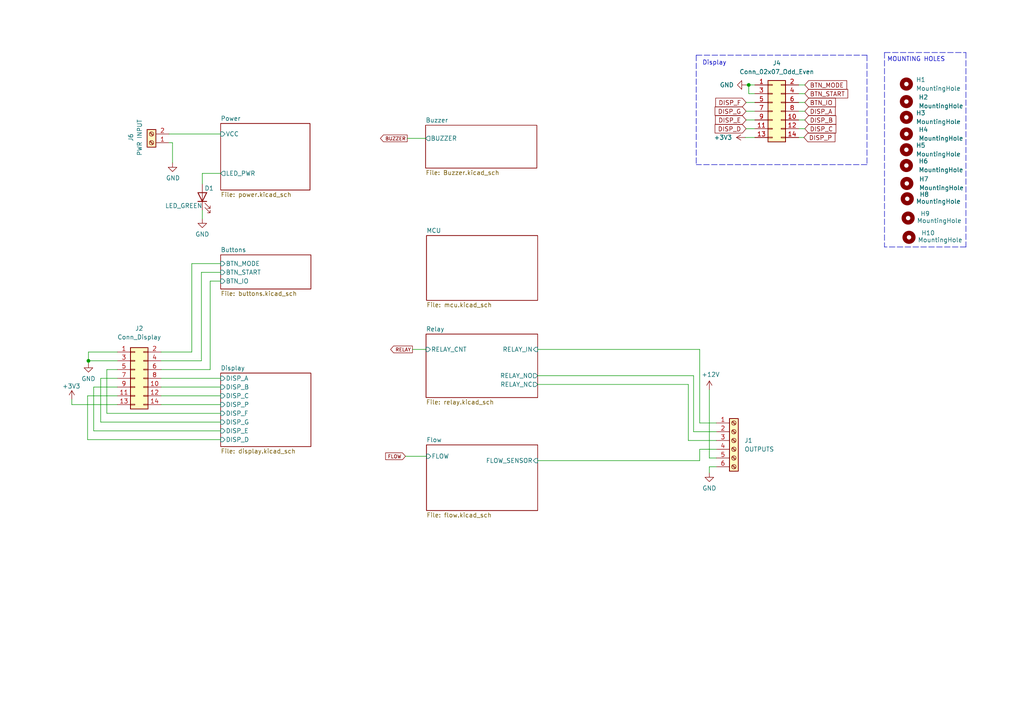
<source format=kicad_sch>
(kicad_sch (version 20211123) (generator eeschema)
  (paper "A4")
  (lib_symbols
    (symbol "Connector:Screw_Terminal_01x02" (pin_names (offset 1.016) hide)
      (property "Reference" "J" (at 0 2.54 0))
      (property "Value" "Screw_Terminal_01x02" (at 0 -5.08 0))
      (symbol "Screw_Terminal_01x02_1_1"
        (rectangle (start -1.27 1.27) (end 1.27 -3.81) (stroke (width 0.254)) (fill (type background)))
        (circle (center 0 -2.54) (radius 0.635) (stroke (width 0.1524)))
        (polyline (pts (xy -0.5334 -2.2098) (xy 0.3302 -3.048)) (stroke (width 0.1524)))
        (polyline (pts (xy -0.5334 0.3302) (xy 0.3302 -0.508)) (stroke (width 0.1524)))
        (polyline (pts (xy -0.3556 -2.032) (xy 0.508 -2.8702)) (stroke (width 0.1524)))
        (polyline (pts (xy -0.3556 0.508) (xy 0.508 -0.3302)) (stroke (width 0.1524)))
        (circle (center 0 0) (radius 0.635) (stroke (width 0.1524)))
        (pin passive line (at -5.08 0 0) (length 3.81) (name "Pin_1") (number "1"))
        (pin passive line (at -5.08 -2.54 0) (length 3.81) (name "Pin_2") (number "2"))
      )
    )
    (symbol "Connector:Screw_Terminal_01x06" (pin_names (offset 1.016) hide)
      (property "Reference" "J" (at 0 7.62 0))
      (property "Value" "Screw_Terminal_01x06" (at 0 -10.16 0))
      (symbol "Screw_Terminal_01x06_1_1"
        (rectangle (start -1.27 6.35) (end 1.27 -8.89) (stroke (width 0.254)) (fill (type background)))
        (circle (center 0 -7.62) (radius 0.635) (stroke (width 0.1524)))
        (circle (center 0 -5.08) (radius 0.635) (stroke (width 0.1524)))
        (circle (center 0 -2.54) (radius 0.635) (stroke (width 0.1524)))
        (polyline (pts (xy -0.5334 -7.2898) (xy 0.3302 -8.128)) (stroke (width 0.1524)))
        (polyline (pts (xy -0.5334 -4.7498) (xy 0.3302 -5.588)) (stroke (width 0.1524)))
        (polyline (pts (xy -0.5334 -2.2098) (xy 0.3302 -3.048)) (stroke (width 0.1524)))
        (polyline (pts (xy -0.5334 0.3302) (xy 0.3302 -0.508)) (stroke (width 0.1524)))
        (polyline (pts (xy -0.5334 2.8702) (xy 0.3302 2.032)) (stroke (width 0.1524)))
        (polyline (pts (xy -0.5334 5.4102) (xy 0.3302 4.572)) (stroke (width 0.1524)))
        (polyline (pts (xy -0.3556 -7.112) (xy 0.508 -7.9502)) (stroke (width 0.1524)))
        (polyline (pts (xy -0.3556 -4.572) (xy 0.508 -5.4102)) (stroke (width 0.1524)))
        (polyline (pts (xy -0.3556 -2.032) (xy 0.508 -2.8702)) (stroke (width 0.1524)))
        (polyline (pts (xy -0.3556 0.508) (xy 0.508 -0.3302)) (stroke (width 0.1524)))
        (polyline (pts (xy -0.3556 3.048) (xy 0.508 2.2098)) (stroke (width 0.1524)))
        (polyline (pts (xy -0.3556 5.588) (xy 0.508 4.7498)) (stroke (width 0.1524)))
        (circle (center 0 0) (radius 0.635) (stroke (width 0.1524)))
        (circle (center 0 2.54) (radius 0.635) (stroke (width 0.1524)))
        (circle (center 0 5.08) (radius 0.635) (stroke (width 0.1524)))
        (pin passive line (at -5.08 5.08 0) (length 3.81) (name "Pin_1") (number "1"))
        (pin passive line (at -5.08 2.54 0) (length 3.81) (name "Pin_2") (number "2"))
        (pin passive line (at -5.08 0 0) (length 3.81) (name "Pin_3") (number "3"))
        (pin passive line (at -5.08 -2.54 0) (length 3.81) (name "Pin_4") (number "4"))
        (pin passive line (at -5.08 -5.08 0) (length 3.81) (name "Pin_5") (number "5"))
        (pin passive line (at -5.08 -7.62 0) (length 3.81) (name "Pin_6") (number "6"))
      )
    )
    (symbol "Connector_Generic:Conn_02x07_Odd_Even" (pin_names (offset 1.016) hide)
      (property "Reference" "J" (at 1.27 10.16 0))
      (property "Value" "Conn_02x07_Odd_Even" (at 1.27 -10.16 0))
      (symbol "Conn_02x07_Odd_Even_1_1"
        (rectangle (start -1.27 -7.493) (end 0 -7.747) (stroke (width 0.1524)))
        (rectangle (start -1.27 -4.953) (end 0 -5.207) (stroke (width 0.1524)))
        (rectangle (start -1.27 -2.413) (end 0 -2.667) (stroke (width 0.1524)))
        (rectangle (start -1.27 0.127) (end 0 -0.127) (stroke (width 0.1524)))
        (rectangle (start -1.27 2.667) (end 0 2.413) (stroke (width 0.1524)))
        (rectangle (start -1.27 5.207) (end 0 4.953) (stroke (width 0.1524)))
        (rectangle (start -1.27 7.747) (end 0 7.493) (stroke (width 0.1524)))
        (rectangle (start -1.27 8.89) (end 3.81 -8.89) (stroke (width 0.254)) (fill (type background)))
        (rectangle (start 3.81 -7.493) (end 2.54 -7.747) (stroke (width 0.1524)))
        (rectangle (start 3.81 -4.953) (end 2.54 -5.207) (stroke (width 0.1524)))
        (rectangle (start 3.81 -2.413) (end 2.54 -2.667) (stroke (width 0.1524)))
        (rectangle (start 3.81 0.127) (end 2.54 -0.127) (stroke (width 0.1524)))
        (rectangle (start 3.81 2.667) (end 2.54 2.413) (stroke (width 0.1524)))
        (rectangle (start 3.81 5.207) (end 2.54 4.953) (stroke (width 0.1524)))
        (rectangle (start 3.81 7.747) (end 2.54 7.493) (stroke (width 0.1524)))
        (pin passive line (at -5.08 7.62 0) (length 3.81) (name "Pin_1") (number "1"))
        (pin passive line (at 7.62 -2.54 180) (length 3.81) (name "Pin_10") (number "10"))
        (pin passive line (at -5.08 -5.08 0) (length 3.81) (name "Pin_11") (number "11"))
        (pin passive line (at 7.62 -5.08 180) (length 3.81) (name "Pin_12") (number "12"))
        (pin passive line (at -5.08 -7.62 0) (length 3.81) (name "Pin_13") (number "13"))
        (pin passive line (at 7.62 -7.62 180) (length 3.81) (name "Pin_14") (number "14"))
        (pin passive line (at 7.62 7.62 180) (length 3.81) (name "Pin_2") (number "2"))
        (pin passive line (at -5.08 5.08 0) (length 3.81) (name "Pin_3") (number "3"))
        (pin passive line (at 7.62 5.08 180) (length 3.81) (name "Pin_4") (number "4"))
        (pin passive line (at -5.08 2.54 0) (length 3.81) (name "Pin_5") (number "5"))
        (pin passive line (at 7.62 2.54 180) (length 3.81) (name "Pin_6") (number "6"))
        (pin passive line (at -5.08 0 0) (length 3.81) (name "Pin_7") (number "7"))
        (pin passive line (at 7.62 0 180) (length 3.81) (name "Pin_8") (number "8"))
        (pin passive line (at -5.08 -2.54 0) (length 3.81) (name "Pin_9") (number "9"))
      )
    )
    (symbol "Device:LED" (pin_numbers hide) (pin_names (offset 1.016) hide)
      (property "Reference" "D" (at 0 2.54 0))
      (property "Value" "LED" (at 0 -2.54 0))
      (symbol "LED_0_1"
        (polyline (pts (xy -1.27 -1.27) (xy -1.27 1.27)) (stroke (width 0.254)))
        (polyline (pts (xy -1.27 0) (xy 1.27 0)))
        (polyline (pts (xy 1.27 -1.27) (xy 1.27 1.27) (xy -1.27 0) (xy 1.27 -1.27)) (stroke (width 0.254)))
        (polyline (pts (xy -3.048 -0.762) (xy -4.572 -2.286) (xy -3.81 -2.286) (xy -4.572 -2.286) (xy -4.572 -1.524)))
        (polyline (pts (xy -1.778 -0.762) (xy -3.302 -2.286) (xy -2.54 -2.286) (xy -3.302 -2.286) (xy -3.302 -1.524)))
      )
      (symbol "LED_1_1"
        (pin passive line (at -3.81 0 0) (length 2.54) (name "K") (number "1"))
        (pin passive line (at 3.81 0 180) (length 2.54) (name "A") (number "2"))
      )
    )
    (symbol "Mechanical:MountingHole" (pin_names (offset 1.016))
      (property "Reference" "H" (at 0 5.08 0))
      (property "Value" "MountingHole" (at 0 3.175 0))
      (symbol "MountingHole_0_1"
        (circle (center 0 0) (radius 1.27) (stroke (width 1.27)))
      )
    )
    (symbol "power:+12V" (power) (pin_names (offset 0))
      (property "Value" "+12V" (at 0 3.556 0))
      (symbol "+12V_0_1"
        (polyline (pts (xy -0.762 1.27) (xy 0 2.54)))
        (polyline (pts (xy 0 0) (xy 0 2.54)))
        (polyline (pts (xy 0 2.54) (xy 0.762 1.27)))
      )
      (symbol "+12V_1_1"
        (pin power_in line (at 0 0 90) (length 0) hide (name "+12V") (number "1"))
      )
    )
    (symbol "power:+3V3" (power) (pin_names (offset 0))
      (property "Value" "+3V3" (at 0 3.556 0))
      (symbol "+3V3_0_1"
        (polyline (pts (xy -0.762 1.27) (xy 0 2.54)))
        (polyline (pts (xy 0 0) (xy 0 2.54)))
        (polyline (pts (xy 0 2.54) (xy 0.762 1.27)))
      )
      (symbol "+3V3_1_1"
        (pin power_in line (at 0 0 90) (length 0) hide (name "+3V3") (number "1"))
      )
    )
    (symbol "power:GND" (power) (pin_names (offset 0))
      (property "Value" "GND" (at 0 -3.81 0))
      (symbol "GND_0_1"
        (polyline (pts (xy 0 0) (xy 0 -1.27) (xy 1.27 -1.27) (xy 0 -2.54) (xy -1.27 -1.27) (xy 0 -1.27)))
      )
      (symbol "GND_1_1"
        (pin power_in line (at 0 0 270) (length 0) hide (name "GND") (number "1"))
      )
    )
  )
  (junction (at 25.654 104.648))
  (junction (at 217.17 24.638))
  (wire (pts (xy 27.178 112.268) (xy 27.178 124.968)))
  (wire (pts (xy 34.036 112.268) (xy 27.178 112.268)))
  (wire (pts (xy 30.988 107.188) (xy 30.988 119.888)))
  (wire (pts (xy 34.036 102.108) (xy 25.654 102.108)))
  (wire (pts (xy 217.17 27.178) (xy 217.17 24.638)))
  (wire (pts (xy 58.42 104.648) (xy 46.736 104.648)))
  (wire (pts (xy 231.648 34.798) (xy 233.426 34.798)))
  (wire (pts (xy 46.736 107.188) (xy 60.96 107.188)))
  (wire (pts (xy 155.956 101.346) (xy 202.946 101.346)))
  (wire (pts (xy 30.988 119.888) (xy 64.008 119.888)))
  (wire (pts (xy 231.648 32.258) (xy 233.426 32.258)))
  (wire (pts (xy 25.4 127.508) (xy 64.008 127.508)))
  (polyline (pts (xy 251.46 16.002) (xy 251.46 47.752)))
  (wire (pts (xy 155.956 133.604) (xy 202.946 133.604)))
  (wire (pts (xy 60.96 81.534) (xy 60.96 107.188)))
  (wire (pts (xy 58.42 78.994) (xy 58.42 104.648)))
  (wire (pts (xy 46.736 114.808) (xy 64.008 114.808)))
  (wire (pts (xy 155.956 111.506) (xy 199.644 111.506)))
  (wire (pts (xy 29.21 122.428) (xy 64.008 122.428)))
  (wire (pts (xy 64.008 81.534) (xy 60.96 81.534)))
  (wire (pts (xy 46.736 117.348) (xy 64.008 117.348)))
  (wire (pts (xy 202.946 130.302) (xy 207.772 130.302)))
  (wire (pts (xy 119.634 101.346) (xy 123.571 101.346)))
  (wire (pts (xy 231.648 37.338) (xy 233.426 37.338)))
  (wire (pts (xy 34.036 114.808) (xy 25.4 114.808)))
  (wire (pts (xy 25.654 102.108) (xy 25.654 104.648)))
  (wire (pts (xy 231.648 39.878) (xy 233.172 39.878)))
  (polyline (pts (xy 256.54 15.24) (xy 256.54 52.07)))
  (wire (pts (xy 231.648 24.638) (xy 233.426 24.638)))
  (wire (pts (xy 202.946 133.604) (xy 202.946 130.302)))
  (polyline (pts (xy 256.54 52.07) (xy 256.54 71.628)))
  (wire (pts (xy 216.154 39.878) (xy 218.948 39.878)))
  (polyline (pts (xy 280.162 71.628) (xy 256.54 71.628)))
  (polyline (pts (xy 280.162 15.24) (xy 280.162 71.628)))
  (wire (pts (xy 46.736 112.268) (xy 64.008 112.268)))
  (wire (pts (xy 202.946 122.682) (xy 207.772 122.682)))
  (wire (pts (xy 29.21 109.728) (xy 29.21 122.428)))
  (wire (pts (xy 50.038 41.402) (xy 50.038 47.244)))
  (wire (pts (xy 205.74 135.382) (xy 207.772 135.382)))
  (wire (pts (xy 64.008 78.994) (xy 58.42 78.994)))
  (wire (pts (xy 55.626 102.108) (xy 46.736 102.108)))
  (wire (pts (xy 64.008 76.454) (xy 55.626 76.454)))
  (polyline (pts (xy 256.54 15.24) (xy 280.162 15.24)))
  (wire (pts (xy 218.948 27.178) (xy 217.17 27.178)))
  (wire (pts (xy 202.946 101.346) (xy 202.946 122.682)))
  (wire (pts (xy 216.408 24.638) (xy 217.17 24.638)))
  (wire (pts (xy 25.4 114.808) (xy 25.4 127.508)))
  (wire (pts (xy 117.602 132.334) (xy 123.698 132.334)))
  (wire (pts (xy 231.648 29.718) (xy 233.426 29.718)))
  (wire (pts (xy 64.008 50.292) (xy 58.674 50.292)))
  (wire (pts (xy 49.022 41.402) (xy 50.038 41.402)))
  (wire (pts (xy 34.036 117.348) (xy 20.828 117.348)))
  (wire (pts (xy 25.654 104.648) (xy 25.654 105.41)))
  (wire (pts (xy 34.036 104.648) (xy 25.654 104.648)))
  (wire (pts (xy 201.168 125.222) (xy 207.772 125.222)))
  (polyline (pts (xy 251.46 47.752) (xy 201.93 47.752)))
  (wire (pts (xy 216.408 29.718) (xy 218.948 29.718)))
  (wire (pts (xy 199.644 127.762) (xy 207.772 127.762)))
  (polyline (pts (xy 201.93 16.002) (xy 201.93 47.752)))
  (wire (pts (xy 27.178 124.968) (xy 64.008 124.968)))
  (wire (pts (xy 118.11 40.132) (xy 123.444 40.132)))
  (polyline (pts (xy 201.93 16.002) (xy 251.46 16.002)))
  (wire (pts (xy 231.648 27.178) (xy 233.426 27.178)))
  (wire (pts (xy 217.17 24.638) (xy 218.948 24.638)))
  (wire (pts (xy 201.168 108.966) (xy 201.168 125.222)))
  (wire (pts (xy 49.022 38.862) (xy 64.008 38.862)))
  (wire (pts (xy 55.626 76.454) (xy 55.626 102.108)))
  (wire (pts (xy 58.674 50.292) (xy 58.674 53.34)))
  (wire (pts (xy 155.956 108.966) (xy 201.168 108.966)))
  (wire (pts (xy 20.828 115.824) (xy 20.828 117.348)))
  (wire (pts (xy 205.74 113.03) (xy 205.74 132.842)))
  (wire (pts (xy 205.74 132.842) (xy 207.772 132.842)))
  (wire (pts (xy 46.736 109.728) (xy 64.008 109.728)))
  (wire (pts (xy 34.036 107.188) (xy 30.988 107.188)))
  (wire (pts (xy 216.408 37.338) (xy 218.948 37.338)))
  (wire (pts (xy 58.674 60.96) (xy 58.674 63.5)))
  (wire (pts (xy 216.408 34.798) (xy 218.948 34.798)))
  (wire (pts (xy 216.408 32.258) (xy 218.948 32.258)))
  (wire (pts (xy 199.644 111.506) (xy 199.644 127.762)))
  (wire (pts (xy 205.74 137.16) (xy 205.74 135.382)))
  (wire (pts (xy 29.21 109.728) (xy 34.036 109.728)))
  (text "Display \n" (at 203.708 19.05 0) (effects (font (size 1.27 1.27)) (justify left bottom)))
  (text "MOUNTING HOLES" (at 257.302 18.034 0) (effects (font (size 1.27 1.27)) (justify left bottom)))
  (global_label "BTN_START" (shape input) (at 233.426 27.178 0) (property "Intersheet References" "${INTERSHEET_REFS}" (effects hide)))
  (global_label "DISP_B" (shape input) (at 233.426 34.798 0) (property "Sayfalar Arası Referanslar" "${INTERSHEET_REFS}" (effects hide)))
  (global_label "DISP_E" (shape input) (at 216.408 34.798 180) (property "Sayfalar Arası Referanslar" "${INTERSHEET_REFS}" (effects hide)))
  (global_label "BTN_MODE" (shape input) (at 233.426 24.638 0) (property "Intersheet References" "${INTERSHEET_REFS}" (effects hide)))
  (global_label "BTN_IO" (shape input) (at 233.426 29.718 0) (property "Intersheet References" "${INTERSHEET_REFS}" (effects hide)))
  (global_label "BUZZER" (shape output) (at 118.11 40.132 180) (effects (font (size 1 1))) (property "Intersheet References" "${INTERSHEET_REFS}" (effects hide)))
  (global_label "DISP_P" (shape input) (at 233.172 39.878 0) (property "Sayfalar Arası Referanslar" "${INTERSHEET_REFS}" (effects hide)))
  (global_label "DISP_D" (shape input) (at 216.408 37.338 180) (property "Sayfalar Arası Referanslar" "${INTERSHEET_REFS}" (effects hide)))
  (global_label "DISP_G" (shape input) (at 216.408 32.258 180) (property "Sayfalar Arası Referanslar" "${INTERSHEET_REFS}" (effects hide)))
  (global_label "RELAY" (shape output) (at 119.634 101.346 180) (effects (font (size 1 1))) (property "Intersheet References" "${INTERSHEET_REFS}" (effects hide)))
  (global_label "FLOW" (shape input) (at 117.602 132.334 180) (effects (font (size 1 1))) (property "Intersheet References" "${INTERSHEET_REFS}" (effects hide)))
  (global_label "DISP_A" (shape input) (at 233.426 32.258 0) (property "Sayfalar Arası Referanslar" "${INTERSHEET_REFS}" (effects hide)))
  (global_label "DISP_C" (shape input) (at 233.426 37.338 0) (property "Sayfalar Arası Referanslar" "${INTERSHEET_REFS}" (effects hide)))
  (global_label "DISP_F" (shape input) (at 216.408 29.718 180) (property "Sayfalar Arası Referanslar" "${INTERSHEET_REFS}" (effects hide)))
  (symbol (lib_id "power:GND") (at 205.74 137.16 0) (unit 1)
    (property "Reference" "#PWR026" (effects hide))
    (property "Value" "GND" (at 205.74 141.605 0))
  )
  (symbol (lib_id "power:+3V3") (at 20.828 115.824 0) (unit 1)
    (property "Reference" "#PWR0105" (effects hide))
    (property "Value" "+3V3" (at 18.034 112.014 0) (effects (justify left)))
  )
  (symbol (lib_id "Mechanical:MountingHole") (at 262.89 24.384 0) (unit 1)
    (property "Reference" "H1" (at 265.684 23.1139 0) (effects (justify left)))
    (property "Value" "MountingHole" (at 265.684 25.6539 0) (effects (justify left)))
    (property "Footprint" "MountingHole:MountingHole_2.5mm" (effects hide))
  )
  (symbol (lib_id "power:+12V") (at 205.74 113.03 0) (unit 1)
    (property "Reference" "#PWR024" (effects hide))
    (property "Value" "+12V" (at 206.121 108.6358 0))
  )
  (symbol (lib_id "power:+3V3") (at 216.154 39.878 90) (unit 1)
    (property "Reference" "#PWR038" (effects hide))
    (property "Value" "+3V3" (at 212.344 39.8779 90) (effects (justify left)))
  )
  (symbol (lib_id "power:GND") (at 50.038 47.244 0) (unit 1)
    (property "Reference" "#PWR030" (effects hide))
    (property "Value" "GND" (at 50.165 51.6382 0))
  )
  (symbol (lib_id "Mechanical:MountingHole") (at 262.89 38.862 0) (unit 1)
    (property "Reference" "H4" (at 266.446 37.5919 0) (effects (justify left)))
    (property "Value" "MountingHole" (at 266.446 40.1319 0) (effects (justify left)))
    (property "Footprint" "MountingHole:MountingHole_2.5mm" (effects hide))
  )
  (symbol (lib_id "Mechanical:MountingHole") (at 263.017 53.213 0) (unit 1)
    (property "Reference" "H7" (at 266.573 51.9429 0) (effects (justify left)))
    (property "Value" "MountingHole" (at 266.573 54.4829 0) (effects (justify left)))
    (property "Footprint" "MountingHole:MountingHole_2.5mm" (effects hide))
  )
  (symbol (lib_id "Mechanical:MountingHole") (at 262.89 43.434 0) (unit 1)
    (property "Reference" "H5" (at 265.684 42.1639 0) (effects (justify left)))
    (property "Value" "MountingHole" (at 265.684 44.7039 0) (effects (justify left)))
    (property "Footprint" "MountingHole:MountingHole_2.5mm" (effects hide))
  )
  (symbol (lib_id "power:GND") (at 216.408 24.638 270) (unit 1)
    (property "Reference" "#PWR039" (effects hide))
    (property "Value" "GND" (at 212.852 24.6379 90) (effects (justify right)))
  )
  (symbol (lib_id "Mechanical:MountingHole") (at 262.89 29.464 0) (unit 1)
    (property "Reference" "H2" (at 266.446 28.1939 0) (effects (justify left)))
    (property "Value" "MountingHole" (at 266.446 30.7339 0) (effects (justify left)))
    (property "Footprint" "MountingHole:MountingHole_2.5mm" (effects hide))
  )
  (symbol (lib_id "Connector_Generic:Conn_02x07_Odd_Even") (at 39.116 109.728 0) (unit 1)
    (property "Reference" "J2" (at 40.386 95.25 0))
    (property "Value" "Conn_Display" (at 40.386 97.79 0))
    (property "Footprint" "Connectors_Multicomp:Multicomp_MC9A12-1434_2x07x2.54mm_Straight" (effects hide))
  )
  (symbol (lib_id "Mechanical:MountingHole") (at 263.144 57.658 0) (unit 1)
    (property "Reference" "H8" (at 266.7 56.3879 0) (effects (justify left)))
    (property "Value" "MountingHole" (at 265.684 58.42 0) (effects (justify left)))
    (property "Footprint" "MountingHole:MountingHole_2.5mm" (effects hide))
  )
  (symbol (lib_id "Connector_Generic:Conn_02x07_Odd_Even") (at 224.028 32.258 0) (unit 1)
    (property "Reference" "J4" (at 225.298 18.288 0))
    (property "Value" "Conn_02x07_Odd_Even" (at 225.298 20.828 0))
    (property "Footprint" "Connectors_Multicomp:Multicomp_MC9A12-1434_2x07x2.54mm_Straight" (effects hide))
  )
  (symbol (lib_id "power:GND") (at 25.654 105.41 0) (unit 1)
    (property "Reference" "#PWR05" (effects hide))
    (property "Value" "GND" (at 25.654 109.855 0))
  )
  (symbol (lib_id "Mechanical:MountingHole") (at 263.398 63.246 0) (unit 1)
    (property "Reference" "H9" (at 266.954 61.9759 0) (effects (justify left)))
    (property "Value" "MountingHole" (at 265.938 64.008 0) (effects (justify left)))
    (property "Footprint" "MountingHole:MountingHole_2.5mm" (effects hide))
  )
  (symbol (lib_id "Mechanical:MountingHole") (at 262.89 34.036 0) (unit 1)
    (property "Reference" "H3" (at 265.684 32.7659 0) (effects (justify left)))
    (property "Value" "MountingHole" (at 265.684 35.3059 0) (effects (justify left)))
    (property "Footprint" "MountingHole:MountingHole_2.5mm" (effects hide))
  )
  (symbol (lib_id "Device:LED") (at 58.674 57.15 90) (unit 1)
    (property "Reference" "D1" (at 59.309 54.61 90) (effects (justify right)))
    (property "Value" "LED_GREEN" (at 47.879 59.69 90) (effects (justify right)))
    (property "Footprint" "LED_SMD:LED_1206_3216Metric" (effects hide))
  )
  (symbol (lib_id "Mechanical:MountingHole") (at 263.652 68.834 0) (unit 1)
    (property "Reference" "H10" (at 267.208 67.5639 0) (effects (justify left)))
    (property "Value" "MountingHole" (at 266.192 69.596 0) (effects (justify left)))
    (property "Footprint" "MountingHole:MountingHole_2.5mm" (effects hide))
  )
  (symbol (lib_id "Mechanical:MountingHole") (at 262.89 48.006 0) (unit 1)
    (property "Reference" "H6" (at 266.446 46.7359 0) (effects (justify left)))
    (property "Value" "MountingHole" (at 266.446 49.2759 0) (effects (justify left)))
    (property "Footprint" "MountingHole:MountingHole_2.5mm" (effects hide))
  )
  (symbol (lib_id "Connector:Screw_Terminal_01x06") (at 212.852 127.762 0) (unit 1)
    (property "Reference" "J1" (at 215.9 127.7619 0) (effects (justify left)))
    (property "Value" "OUTPUTS" (at 215.9 130.3019 0) (effects (justify left)))
    (property "Footprint" "Connector_Phoenix_MSTB:PhoenixContact_MSTBA_2,5_6-G-5,08_1x06_P5.08mm_Horizontal" (effects hide))
  )
  (symbol (lib_id "power:GND") (at 58.674 63.5 0) (unit 1)
    (property "Reference" "#PWR01" (effects hide))
    (property "Value" "GND" (at 58.674 67.945 0))
  )
  (symbol (lib_id "Connector:Screw_Terminal_01x02") (at 43.942 41.402 180) (unit 1)
    (property "Reference" "J6" (at 37.9476 39.878 90))
    (property "Value" "PWR INPUT" (at 40.4876 39.878 90))
    (property "Footprint" "Connector_Phoenix_MSTB:PhoenixContact_MSTBA_2,5_2-G_1x02_P5.00mm_Horizontal" (effects hide))
  )
  (sheet (at 123.571 96.901) (size 32.385 18.415) (stroke (width 0.1524))
    (property "Sheet name" "Relay " (at 123.571 96.1894 0) (effects (justify left bottom)))
    (property "Sheet file" "relay.kicad_sch" (at 123.571 115.9006 0) (effects (justify left top)))
    (pin "RELAY_NO" output (at 155.956 108.966 0))
    (pin "RELAY_NC" output (at 155.956 111.506 0))
    (pin "RELAY_IN" input (at 155.956 101.346 0))
    (pin "RELAY_CNT" input (at 123.571 101.346 180))
  )
  (sheet (at 64.008 108.204) (size 26.162 21.336) (stroke (width 0.1524))
    (property "Sheet name" "Display" (at 64.008 107.4924 0) (effects (justify left bottom)))
    (property "Sheet file" "display.kicad_sch" (at 64.008 130.1246 0) (effects (justify left top)))
    (pin "DISP_P" input (at 64.008 117.348 180))
    (pin "DISP_E" input (at 64.008 124.968 180))
    (pin "DISP_G" input (at 64.008 122.428 180))
    (pin "DISP_F" input (at 64.008 119.888 180))
    (pin "DISP_A" input (at 64.008 109.728 180))
    (pin "DISP_D" input (at 64.008 127.508 180))
    (pin "DISP_C" input (at 64.008 114.808 180))
    (pin "DISP_B" input (at 64.008 112.268 180))
  )
  (sheet (at 64.008 73.914) (size 26.162 9.906) (stroke (width 0.1524))
    (property "Sheet name" "Buttons" (at 64.008 73.2024 0) (effects (justify left bottom)))
    (property "Sheet file" "buttons.kicad_sch" (at 64.008 84.4046 0) (effects (justify left top)))
    (pin "BTN_START" input (at 64.008 78.994 180))
    (pin "BTN_IO" input (at 64.008 81.534 180))
    (pin "BTN_MODE" input (at 64.008 76.454 180))
  )
  (sheet (at 64.008 35.814) (size 25.908 19.304) (stroke (width 0.1524))
    (property "Sheet name" "Power" (at 64.008 35.1024 0) (effects (justify left bottom)))
    (property "Sheet file" "power.kicad_sch" (at 64.008 55.7026 0) (effects (justify left top)))
    (pin "LED_PWR" output (at 64.008 50.292 180))
    (pin "VCC" input (at 64.008 38.862 180))
  )
  (sheet (at 123.444 36.322) (size 32.258 12.446) (stroke (width 0.1524))
    (property "Sheet name" "Buzzer" (at 123.444 35.6104 0) (effects (justify left bottom)))
    (property "Sheet file" "Buzzer.kicad_sch" (at 123.444 49.3526 0) (effects (justify left top)))
    (pin "BUZZER" output (at 123.444 40.132 180))
  )
  (sheet (at 123.698 129.032) (size 32.258 19.05) (stroke (width 0.1524))
    (property "Sheet name" "Flow" (at 123.698 128.3204 0) (effects (justify left bottom)))
    (property "Sheet file" "flow.kicad_sch" (at 123.698 148.6666 0) (effects (justify left top)))
    (pin "FLOW_SENSOR" input (at 155.956 133.604 0))
    (pin "FLOW" input (at 123.698 132.334 180))
  )
  (sheet (at 123.698 68.326) (size 32.258 18.796) (stroke (width 0.1524))
    (property "Sheet name" "MCU" (at 123.698 67.6144 0) (effects (justify left bottom)))
    (property "Sheet file" "mcu.kicad_sch" (at 123.698 87.7066 0) (effects (justify left top)))
  )
)
</source>
